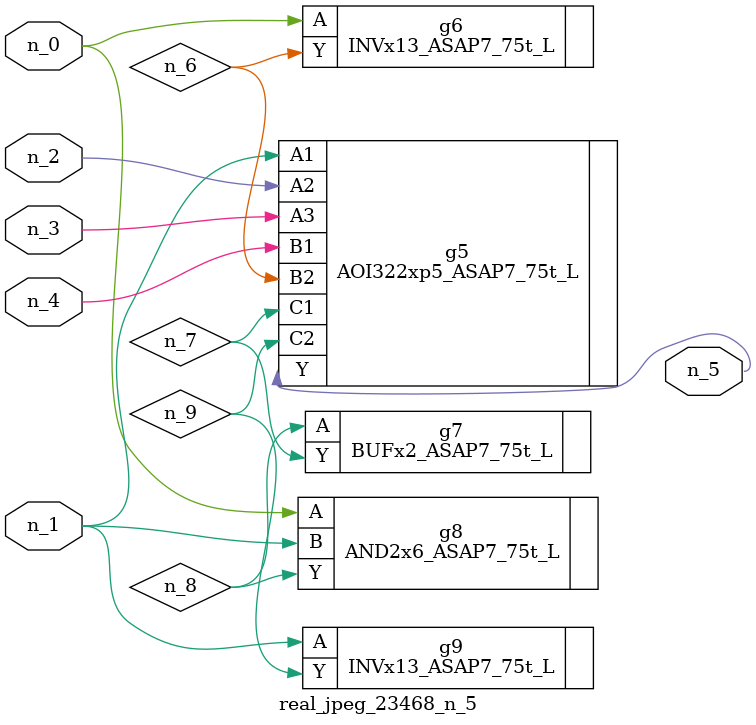
<source format=v>
module real_jpeg_23468_n_5 (n_4, n_0, n_1, n_2, n_3, n_5);

input n_4;
input n_0;
input n_1;
input n_2;
input n_3;

output n_5;

wire n_8;
wire n_6;
wire n_7;
wire n_9;

INVx13_ASAP7_75t_L g6 ( 
.A(n_0),
.Y(n_6)
);

AND2x6_ASAP7_75t_L g8 ( 
.A(n_0),
.B(n_1),
.Y(n_8)
);

AOI322xp5_ASAP7_75t_L g5 ( 
.A1(n_1),
.A2(n_2),
.A3(n_3),
.B1(n_4),
.B2(n_6),
.C1(n_7),
.C2(n_9),
.Y(n_5)
);

INVx13_ASAP7_75t_L g9 ( 
.A(n_1),
.Y(n_9)
);

BUFx2_ASAP7_75t_L g7 ( 
.A(n_8),
.Y(n_7)
);


endmodule
</source>
